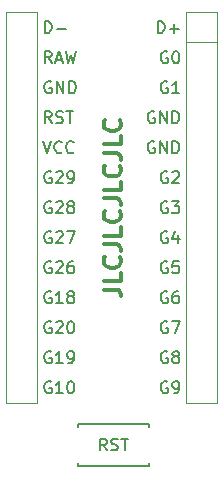
<source format=gto>
%TF.GenerationSoftware,KiCad,Pcbnew,8.0.7*%
%TF.CreationDate,2024-12-23T04:44:47-05:00*%
%TF.ProjectId,mx,6d782e6b-6963-4616-945f-706362585858,v1.0.0*%
%TF.SameCoordinates,Original*%
%TF.FileFunction,Legend,Top*%
%TF.FilePolarity,Positive*%
%FSLAX46Y46*%
G04 Gerber Fmt 4.6, Leading zero omitted, Abs format (unit mm)*
G04 Created by KiCad (PCBNEW 8.0.7) date 2024-12-23 04:44:47*
%MOMM*%
%LPD*%
G01*
G04 APERTURE LIST*
%ADD10C,0.300000*%
%ADD11C,0.150000*%
%ADD12C,0.120000*%
%ADD13C,0.700000*%
%ADD14C,4.400000*%
%ADD15C,1.700000*%
%ADD16C,1.900000*%
%ADD17C,3.000000*%
%ADD18C,3.400000*%
G04 APERTURE END LIST*
D10*
X209737398Y-153993460D02*
X210808827Y-153993460D01*
X210808827Y-153993460D02*
X211023112Y-154064889D01*
X211023112Y-154064889D02*
X211165970Y-154207746D01*
X211165970Y-154207746D02*
X211237398Y-154422032D01*
X211237398Y-154422032D02*
X211237398Y-154564889D01*
X211237398Y-152564889D02*
X211237398Y-153279175D01*
X211237398Y-153279175D02*
X209737398Y-153279175D01*
X211094541Y-151207746D02*
X211165970Y-151279174D01*
X211165970Y-151279174D02*
X211237398Y-151493460D01*
X211237398Y-151493460D02*
X211237398Y-151636317D01*
X211237398Y-151636317D02*
X211165970Y-151850603D01*
X211165970Y-151850603D02*
X211023112Y-151993460D01*
X211023112Y-151993460D02*
X210880255Y-152064889D01*
X210880255Y-152064889D02*
X210594541Y-152136317D01*
X210594541Y-152136317D02*
X210380255Y-152136317D01*
X210380255Y-152136317D02*
X210094541Y-152064889D01*
X210094541Y-152064889D02*
X209951684Y-151993460D01*
X209951684Y-151993460D02*
X209808827Y-151850603D01*
X209808827Y-151850603D02*
X209737398Y-151636317D01*
X209737398Y-151636317D02*
X209737398Y-151493460D01*
X209737398Y-151493460D02*
X209808827Y-151279174D01*
X209808827Y-151279174D02*
X209880255Y-151207746D01*
X209737398Y-150136317D02*
X210808827Y-150136317D01*
X210808827Y-150136317D02*
X211023112Y-150207746D01*
X211023112Y-150207746D02*
X211165970Y-150350603D01*
X211165970Y-150350603D02*
X211237398Y-150564889D01*
X211237398Y-150564889D02*
X211237398Y-150707746D01*
X211237398Y-148707746D02*
X211237398Y-149422032D01*
X211237398Y-149422032D02*
X209737398Y-149422032D01*
X211094541Y-147350603D02*
X211165970Y-147422031D01*
X211165970Y-147422031D02*
X211237398Y-147636317D01*
X211237398Y-147636317D02*
X211237398Y-147779174D01*
X211237398Y-147779174D02*
X211165970Y-147993460D01*
X211165970Y-147993460D02*
X211023112Y-148136317D01*
X211023112Y-148136317D02*
X210880255Y-148207746D01*
X210880255Y-148207746D02*
X210594541Y-148279174D01*
X210594541Y-148279174D02*
X210380255Y-148279174D01*
X210380255Y-148279174D02*
X210094541Y-148207746D01*
X210094541Y-148207746D02*
X209951684Y-148136317D01*
X209951684Y-148136317D02*
X209808827Y-147993460D01*
X209808827Y-147993460D02*
X209737398Y-147779174D01*
X209737398Y-147779174D02*
X209737398Y-147636317D01*
X209737398Y-147636317D02*
X209808827Y-147422031D01*
X209808827Y-147422031D02*
X209880255Y-147350603D01*
X209737398Y-146279174D02*
X210808827Y-146279174D01*
X210808827Y-146279174D02*
X211023112Y-146350603D01*
X211023112Y-146350603D02*
X211165970Y-146493460D01*
X211165970Y-146493460D02*
X211237398Y-146707746D01*
X211237398Y-146707746D02*
X211237398Y-146850603D01*
X211237398Y-144850603D02*
X211237398Y-145564889D01*
X211237398Y-145564889D02*
X209737398Y-145564889D01*
X211094541Y-143493460D02*
X211165970Y-143564888D01*
X211165970Y-143564888D02*
X211237398Y-143779174D01*
X211237398Y-143779174D02*
X211237398Y-143922031D01*
X211237398Y-143922031D02*
X211165970Y-144136317D01*
X211165970Y-144136317D02*
X211023112Y-144279174D01*
X211023112Y-144279174D02*
X210880255Y-144350603D01*
X210880255Y-144350603D02*
X210594541Y-144422031D01*
X210594541Y-144422031D02*
X210380255Y-144422031D01*
X210380255Y-144422031D02*
X210094541Y-144350603D01*
X210094541Y-144350603D02*
X209951684Y-144279174D01*
X209951684Y-144279174D02*
X209808827Y-144136317D01*
X209808827Y-144136317D02*
X209737398Y-143922031D01*
X209737398Y-143922031D02*
X209737398Y-143779174D01*
X209737398Y-143779174D02*
X209808827Y-143564888D01*
X209808827Y-143564888D02*
X209880255Y-143493460D01*
X209737398Y-142422031D02*
X210808827Y-142422031D01*
X210808827Y-142422031D02*
X211023112Y-142493460D01*
X211023112Y-142493460D02*
X211165970Y-142636317D01*
X211165970Y-142636317D02*
X211237398Y-142850603D01*
X211237398Y-142850603D02*
X211237398Y-142993460D01*
X211237398Y-140993460D02*
X211237398Y-141707746D01*
X211237398Y-141707746D02*
X209737398Y-141707746D01*
X211094541Y-139636317D02*
X211165970Y-139707745D01*
X211165970Y-139707745D02*
X211237398Y-139922031D01*
X211237398Y-139922031D02*
X211237398Y-140064888D01*
X211237398Y-140064888D02*
X211165970Y-140279174D01*
X211165970Y-140279174D02*
X211023112Y-140422031D01*
X211023112Y-140422031D02*
X210880255Y-140493460D01*
X210880255Y-140493460D02*
X210594541Y-140564888D01*
X210594541Y-140564888D02*
X210380255Y-140564888D01*
X210380255Y-140564888D02*
X210094541Y-140493460D01*
X210094541Y-140493460D02*
X209951684Y-140422031D01*
X209951684Y-140422031D02*
X209808827Y-140279174D01*
X209808827Y-140279174D02*
X209737398Y-140064888D01*
X209737398Y-140064888D02*
X209737398Y-139922031D01*
X209737398Y-139922031D02*
X209808827Y-139707745D01*
X209808827Y-139707745D02*
X209880255Y-139636317D01*
D11*
X205289658Y-154187326D02*
X205194420Y-154139707D01*
X205194420Y-154139707D02*
X205051563Y-154139707D01*
X205051563Y-154139707D02*
X204908706Y-154187326D01*
X204908706Y-154187326D02*
X204813468Y-154282564D01*
X204813468Y-154282564D02*
X204765849Y-154377802D01*
X204765849Y-154377802D02*
X204718230Y-154568278D01*
X204718230Y-154568278D02*
X204718230Y-154711135D01*
X204718230Y-154711135D02*
X204765849Y-154901611D01*
X204765849Y-154901611D02*
X204813468Y-154996849D01*
X204813468Y-154996849D02*
X204908706Y-155092088D01*
X204908706Y-155092088D02*
X205051563Y-155139707D01*
X205051563Y-155139707D02*
X205146801Y-155139707D01*
X205146801Y-155139707D02*
X205289658Y-155092088D01*
X205289658Y-155092088D02*
X205337277Y-155044468D01*
X205337277Y-155044468D02*
X205337277Y-154711135D01*
X205337277Y-154711135D02*
X205146801Y-154711135D01*
X206289658Y-155139707D02*
X205718230Y-155139707D01*
X206003944Y-155139707D02*
X206003944Y-154139707D01*
X206003944Y-154139707D02*
X205908706Y-154282564D01*
X205908706Y-154282564D02*
X205813468Y-154377802D01*
X205813468Y-154377802D02*
X205718230Y-154425421D01*
X206861087Y-154568278D02*
X206765849Y-154520659D01*
X206765849Y-154520659D02*
X206718230Y-154473040D01*
X206718230Y-154473040D02*
X206670611Y-154377802D01*
X206670611Y-154377802D02*
X206670611Y-154330183D01*
X206670611Y-154330183D02*
X206718230Y-154234945D01*
X206718230Y-154234945D02*
X206765849Y-154187326D01*
X206765849Y-154187326D02*
X206861087Y-154139707D01*
X206861087Y-154139707D02*
X207051563Y-154139707D01*
X207051563Y-154139707D02*
X207146801Y-154187326D01*
X207146801Y-154187326D02*
X207194420Y-154234945D01*
X207194420Y-154234945D02*
X207242039Y-154330183D01*
X207242039Y-154330183D02*
X207242039Y-154377802D01*
X207242039Y-154377802D02*
X207194420Y-154473040D01*
X207194420Y-154473040D02*
X207146801Y-154520659D01*
X207146801Y-154520659D02*
X207051563Y-154568278D01*
X207051563Y-154568278D02*
X206861087Y-154568278D01*
X206861087Y-154568278D02*
X206765849Y-154615897D01*
X206765849Y-154615897D02*
X206718230Y-154663516D01*
X206718230Y-154663516D02*
X206670611Y-154758754D01*
X206670611Y-154758754D02*
X206670611Y-154949230D01*
X206670611Y-154949230D02*
X206718230Y-155044468D01*
X206718230Y-155044468D02*
X206765849Y-155092088D01*
X206765849Y-155092088D02*
X206861087Y-155139707D01*
X206861087Y-155139707D02*
X207051563Y-155139707D01*
X207051563Y-155139707D02*
X207146801Y-155092088D01*
X207146801Y-155092088D02*
X207194420Y-155044468D01*
X207194420Y-155044468D02*
X207242039Y-154949230D01*
X207242039Y-154949230D02*
X207242039Y-154758754D01*
X207242039Y-154758754D02*
X207194420Y-154663516D01*
X207194420Y-154663516D02*
X207146801Y-154615897D01*
X207146801Y-154615897D02*
X207051563Y-154568278D01*
X215139909Y-146567328D02*
X215044671Y-146519709D01*
X215044671Y-146519709D02*
X214901814Y-146519709D01*
X214901814Y-146519709D02*
X214758957Y-146567328D01*
X214758957Y-146567328D02*
X214663719Y-146662566D01*
X214663719Y-146662566D02*
X214616100Y-146757804D01*
X214616100Y-146757804D02*
X214568481Y-146948280D01*
X214568481Y-146948280D02*
X214568481Y-147091137D01*
X214568481Y-147091137D02*
X214616100Y-147281613D01*
X214616100Y-147281613D02*
X214663719Y-147376851D01*
X214663719Y-147376851D02*
X214758957Y-147472090D01*
X214758957Y-147472090D02*
X214901814Y-147519709D01*
X214901814Y-147519709D02*
X214997052Y-147519709D01*
X214997052Y-147519709D02*
X215139909Y-147472090D01*
X215139909Y-147472090D02*
X215187528Y-147424470D01*
X215187528Y-147424470D02*
X215187528Y-147091137D01*
X215187528Y-147091137D02*
X214997052Y-147091137D01*
X215520862Y-146519709D02*
X216139909Y-146519709D01*
X216139909Y-146519709D02*
X215806576Y-146900661D01*
X215806576Y-146900661D02*
X215949433Y-146900661D01*
X215949433Y-146900661D02*
X216044671Y-146948280D01*
X216044671Y-146948280D02*
X216092290Y-146995899D01*
X216092290Y-146995899D02*
X216139909Y-147091137D01*
X216139909Y-147091137D02*
X216139909Y-147329232D01*
X216139909Y-147329232D02*
X216092290Y-147424470D01*
X216092290Y-147424470D02*
X216044671Y-147472090D01*
X216044671Y-147472090D02*
X215949433Y-147519709D01*
X215949433Y-147519709D02*
X215663719Y-147519709D01*
X215663719Y-147519709D02*
X215568481Y-147472090D01*
X215568481Y-147472090D02*
X215520862Y-147424470D01*
X215139909Y-136407327D02*
X215044671Y-136359708D01*
X215044671Y-136359708D02*
X214901814Y-136359708D01*
X214901814Y-136359708D02*
X214758957Y-136407327D01*
X214758957Y-136407327D02*
X214663719Y-136502565D01*
X214663719Y-136502565D02*
X214616100Y-136597803D01*
X214616100Y-136597803D02*
X214568481Y-136788279D01*
X214568481Y-136788279D02*
X214568481Y-136931136D01*
X214568481Y-136931136D02*
X214616100Y-137121612D01*
X214616100Y-137121612D02*
X214663719Y-137216850D01*
X214663719Y-137216850D02*
X214758957Y-137312089D01*
X214758957Y-137312089D02*
X214901814Y-137359708D01*
X214901814Y-137359708D02*
X214997052Y-137359708D01*
X214997052Y-137359708D02*
X215139909Y-137312089D01*
X215139909Y-137312089D02*
X215187528Y-137264469D01*
X215187528Y-137264469D02*
X215187528Y-136931136D01*
X215187528Y-136931136D02*
X214997052Y-136931136D01*
X216139909Y-137359708D02*
X215568481Y-137359708D01*
X215854195Y-137359708D02*
X215854195Y-136359708D01*
X215854195Y-136359708D02*
X215758957Y-136502565D01*
X215758957Y-136502565D02*
X215663719Y-136597803D01*
X215663719Y-136597803D02*
X215568481Y-136645422D01*
X215139908Y-149107327D02*
X215044670Y-149059708D01*
X215044670Y-149059708D02*
X214901813Y-149059708D01*
X214901813Y-149059708D02*
X214758956Y-149107327D01*
X214758956Y-149107327D02*
X214663718Y-149202565D01*
X214663718Y-149202565D02*
X214616099Y-149297803D01*
X214616099Y-149297803D02*
X214568480Y-149488279D01*
X214568480Y-149488279D02*
X214568480Y-149631136D01*
X214568480Y-149631136D02*
X214616099Y-149821612D01*
X214616099Y-149821612D02*
X214663718Y-149916850D01*
X214663718Y-149916850D02*
X214758956Y-150012089D01*
X214758956Y-150012089D02*
X214901813Y-150059708D01*
X214901813Y-150059708D02*
X214997051Y-150059708D01*
X214997051Y-150059708D02*
X215139908Y-150012089D01*
X215139908Y-150012089D02*
X215187527Y-149964469D01*
X215187527Y-149964469D02*
X215187527Y-149631136D01*
X215187527Y-149631136D02*
X214997051Y-149631136D01*
X216044670Y-149393041D02*
X216044670Y-150059708D01*
X215806575Y-149012089D02*
X215568480Y-149726374D01*
X215568480Y-149726374D02*
X216187527Y-149726374D01*
X215139908Y-144027327D02*
X215044670Y-143979708D01*
X215044670Y-143979708D02*
X214901813Y-143979708D01*
X214901813Y-143979708D02*
X214758956Y-144027327D01*
X214758956Y-144027327D02*
X214663718Y-144122565D01*
X214663718Y-144122565D02*
X214616099Y-144217803D01*
X214616099Y-144217803D02*
X214568480Y-144408279D01*
X214568480Y-144408279D02*
X214568480Y-144551136D01*
X214568480Y-144551136D02*
X214616099Y-144741612D01*
X214616099Y-144741612D02*
X214663718Y-144836850D01*
X214663718Y-144836850D02*
X214758956Y-144932089D01*
X214758956Y-144932089D02*
X214901813Y-144979708D01*
X214901813Y-144979708D02*
X214997051Y-144979708D01*
X214997051Y-144979708D02*
X215139908Y-144932089D01*
X215139908Y-144932089D02*
X215187527Y-144884469D01*
X215187527Y-144884469D02*
X215187527Y-144551136D01*
X215187527Y-144551136D02*
X214997051Y-144551136D01*
X215568480Y-144074946D02*
X215616099Y-144027327D01*
X215616099Y-144027327D02*
X215711337Y-143979708D01*
X215711337Y-143979708D02*
X215949432Y-143979708D01*
X215949432Y-143979708D02*
X216044670Y-144027327D01*
X216044670Y-144027327D02*
X216092289Y-144074946D01*
X216092289Y-144074946D02*
X216139908Y-144170184D01*
X216139908Y-144170184D02*
X216139908Y-144265422D01*
X216139908Y-144265422D02*
X216092289Y-144408279D01*
X216092289Y-144408279D02*
X215520861Y-144979708D01*
X215520861Y-144979708D02*
X216139908Y-144979708D01*
X205337277Y-139899708D02*
X205003944Y-139423517D01*
X204765849Y-139899708D02*
X204765849Y-138899708D01*
X204765849Y-138899708D02*
X205146801Y-138899708D01*
X205146801Y-138899708D02*
X205242039Y-138947327D01*
X205242039Y-138947327D02*
X205289658Y-138994946D01*
X205289658Y-138994946D02*
X205337277Y-139090184D01*
X205337277Y-139090184D02*
X205337277Y-139233041D01*
X205337277Y-139233041D02*
X205289658Y-139328279D01*
X205289658Y-139328279D02*
X205242039Y-139375898D01*
X205242039Y-139375898D02*
X205146801Y-139423517D01*
X205146801Y-139423517D02*
X204765849Y-139423517D01*
X205718230Y-139852089D02*
X205861087Y-139899708D01*
X205861087Y-139899708D02*
X206099182Y-139899708D01*
X206099182Y-139899708D02*
X206194420Y-139852089D01*
X206194420Y-139852089D02*
X206242039Y-139804469D01*
X206242039Y-139804469D02*
X206289658Y-139709231D01*
X206289658Y-139709231D02*
X206289658Y-139613993D01*
X206289658Y-139613993D02*
X206242039Y-139518755D01*
X206242039Y-139518755D02*
X206194420Y-139471136D01*
X206194420Y-139471136D02*
X206099182Y-139423517D01*
X206099182Y-139423517D02*
X205908706Y-139375898D01*
X205908706Y-139375898D02*
X205813468Y-139328279D01*
X205813468Y-139328279D02*
X205765849Y-139280660D01*
X205765849Y-139280660D02*
X205718230Y-139185422D01*
X205718230Y-139185422D02*
X205718230Y-139090184D01*
X205718230Y-139090184D02*
X205765849Y-138994946D01*
X205765849Y-138994946D02*
X205813468Y-138947327D01*
X205813468Y-138947327D02*
X205908706Y-138899708D01*
X205908706Y-138899708D02*
X206146801Y-138899708D01*
X206146801Y-138899708D02*
X206289658Y-138947327D01*
X206575373Y-138899708D02*
X207146801Y-138899708D01*
X206861087Y-139899708D02*
X206861087Y-138899708D01*
X205289658Y-156727327D02*
X205194420Y-156679708D01*
X205194420Y-156679708D02*
X205051563Y-156679708D01*
X205051563Y-156679708D02*
X204908706Y-156727327D01*
X204908706Y-156727327D02*
X204813468Y-156822565D01*
X204813468Y-156822565D02*
X204765849Y-156917803D01*
X204765849Y-156917803D02*
X204718230Y-157108279D01*
X204718230Y-157108279D02*
X204718230Y-157251136D01*
X204718230Y-157251136D02*
X204765849Y-157441612D01*
X204765849Y-157441612D02*
X204813468Y-157536850D01*
X204813468Y-157536850D02*
X204908706Y-157632089D01*
X204908706Y-157632089D02*
X205051563Y-157679708D01*
X205051563Y-157679708D02*
X205146801Y-157679708D01*
X205146801Y-157679708D02*
X205289658Y-157632089D01*
X205289658Y-157632089D02*
X205337277Y-157584469D01*
X205337277Y-157584469D02*
X205337277Y-157251136D01*
X205337277Y-157251136D02*
X205146801Y-157251136D01*
X205718230Y-156774946D02*
X205765849Y-156727327D01*
X205765849Y-156727327D02*
X205861087Y-156679708D01*
X205861087Y-156679708D02*
X206099182Y-156679708D01*
X206099182Y-156679708D02*
X206194420Y-156727327D01*
X206194420Y-156727327D02*
X206242039Y-156774946D01*
X206242039Y-156774946D02*
X206289658Y-156870184D01*
X206289658Y-156870184D02*
X206289658Y-156965422D01*
X206289658Y-156965422D02*
X206242039Y-157108279D01*
X206242039Y-157108279D02*
X205670611Y-157679708D01*
X205670611Y-157679708D02*
X206289658Y-157679708D01*
X206908706Y-156679708D02*
X207003944Y-156679708D01*
X207003944Y-156679708D02*
X207099182Y-156727327D01*
X207099182Y-156727327D02*
X207146801Y-156774946D01*
X207146801Y-156774946D02*
X207194420Y-156870184D01*
X207194420Y-156870184D02*
X207242039Y-157060660D01*
X207242039Y-157060660D02*
X207242039Y-157298755D01*
X207242039Y-157298755D02*
X207194420Y-157489231D01*
X207194420Y-157489231D02*
X207146801Y-157584469D01*
X207146801Y-157584469D02*
X207099182Y-157632089D01*
X207099182Y-157632089D02*
X207003944Y-157679708D01*
X207003944Y-157679708D02*
X206908706Y-157679708D01*
X206908706Y-157679708D02*
X206813468Y-157632089D01*
X206813468Y-157632089D02*
X206765849Y-157584469D01*
X206765849Y-157584469D02*
X206718230Y-157489231D01*
X206718230Y-157489231D02*
X206670611Y-157298755D01*
X206670611Y-157298755D02*
X206670611Y-157060660D01*
X206670611Y-157060660D02*
X206718230Y-156870184D01*
X206718230Y-156870184D02*
X206765849Y-156774946D01*
X206765849Y-156774946D02*
X206813468Y-156727327D01*
X206813468Y-156727327D02*
X206908706Y-156679708D01*
X215139909Y-161807327D02*
X215044671Y-161759708D01*
X215044671Y-161759708D02*
X214901814Y-161759708D01*
X214901814Y-161759708D02*
X214758957Y-161807327D01*
X214758957Y-161807327D02*
X214663719Y-161902565D01*
X214663719Y-161902565D02*
X214616100Y-161997803D01*
X214616100Y-161997803D02*
X214568481Y-162188279D01*
X214568481Y-162188279D02*
X214568481Y-162331136D01*
X214568481Y-162331136D02*
X214616100Y-162521612D01*
X214616100Y-162521612D02*
X214663719Y-162616850D01*
X214663719Y-162616850D02*
X214758957Y-162712089D01*
X214758957Y-162712089D02*
X214901814Y-162759708D01*
X214901814Y-162759708D02*
X214997052Y-162759708D01*
X214997052Y-162759708D02*
X215139909Y-162712089D01*
X215139909Y-162712089D02*
X215187528Y-162664469D01*
X215187528Y-162664469D02*
X215187528Y-162331136D01*
X215187528Y-162331136D02*
X214997052Y-162331136D01*
X215663719Y-162759708D02*
X215854195Y-162759708D01*
X215854195Y-162759708D02*
X215949433Y-162712089D01*
X215949433Y-162712089D02*
X215997052Y-162664469D01*
X215997052Y-162664469D02*
X216092290Y-162521612D01*
X216092290Y-162521612D02*
X216139909Y-162331136D01*
X216139909Y-162331136D02*
X216139909Y-161950184D01*
X216139909Y-161950184D02*
X216092290Y-161854946D01*
X216092290Y-161854946D02*
X216044671Y-161807327D01*
X216044671Y-161807327D02*
X215949433Y-161759708D01*
X215949433Y-161759708D02*
X215758957Y-161759708D01*
X215758957Y-161759708D02*
X215663719Y-161807327D01*
X215663719Y-161807327D02*
X215616100Y-161854946D01*
X215616100Y-161854946D02*
X215568481Y-161950184D01*
X215568481Y-161950184D02*
X215568481Y-162188279D01*
X215568481Y-162188279D02*
X215616100Y-162283517D01*
X215616100Y-162283517D02*
X215663719Y-162331136D01*
X215663719Y-162331136D02*
X215758957Y-162378755D01*
X215758957Y-162378755D02*
X215949433Y-162378755D01*
X215949433Y-162378755D02*
X216044671Y-162331136D01*
X216044671Y-162331136D02*
X216092290Y-162283517D01*
X216092290Y-162283517D02*
X216139909Y-162188279D01*
X214330386Y-132279708D02*
X214330386Y-131279708D01*
X214330386Y-131279708D02*
X214568481Y-131279708D01*
X214568481Y-131279708D02*
X214711338Y-131327327D01*
X214711338Y-131327327D02*
X214806576Y-131422565D01*
X214806576Y-131422565D02*
X214854195Y-131517803D01*
X214854195Y-131517803D02*
X214901814Y-131708279D01*
X214901814Y-131708279D02*
X214901814Y-131851136D01*
X214901814Y-131851136D02*
X214854195Y-132041612D01*
X214854195Y-132041612D02*
X214806576Y-132136850D01*
X214806576Y-132136850D02*
X214711338Y-132232089D01*
X214711338Y-132232089D02*
X214568481Y-132279708D01*
X214568481Y-132279708D02*
X214330386Y-132279708D01*
X215330386Y-131898755D02*
X216092291Y-131898755D01*
X215711338Y-132279708D02*
X215711338Y-131517803D01*
X204765849Y-132279708D02*
X204765849Y-131279708D01*
X204765849Y-131279708D02*
X205003944Y-131279708D01*
X205003944Y-131279708D02*
X205146801Y-131327327D01*
X205146801Y-131327327D02*
X205242039Y-131422565D01*
X205242039Y-131422565D02*
X205289658Y-131517803D01*
X205289658Y-131517803D02*
X205337277Y-131708279D01*
X205337277Y-131708279D02*
X205337277Y-131851136D01*
X205337277Y-131851136D02*
X205289658Y-132041612D01*
X205289658Y-132041612D02*
X205242039Y-132136850D01*
X205242039Y-132136850D02*
X205146801Y-132232089D01*
X205146801Y-132232089D02*
X205003944Y-132279708D01*
X205003944Y-132279708D02*
X204765849Y-132279708D01*
X205765849Y-131898755D02*
X206527754Y-131898755D01*
X205289657Y-136407329D02*
X205194419Y-136359710D01*
X205194419Y-136359710D02*
X205051562Y-136359710D01*
X205051562Y-136359710D02*
X204908705Y-136407329D01*
X204908705Y-136407329D02*
X204813467Y-136502567D01*
X204813467Y-136502567D02*
X204765848Y-136597805D01*
X204765848Y-136597805D02*
X204718229Y-136788281D01*
X204718229Y-136788281D02*
X204718229Y-136931138D01*
X204718229Y-136931138D02*
X204765848Y-137121614D01*
X204765848Y-137121614D02*
X204813467Y-137216852D01*
X204813467Y-137216852D02*
X204908705Y-137312091D01*
X204908705Y-137312091D02*
X205051562Y-137359710D01*
X205051562Y-137359710D02*
X205146800Y-137359710D01*
X205146800Y-137359710D02*
X205289657Y-137312091D01*
X205289657Y-137312091D02*
X205337276Y-137264471D01*
X205337276Y-137264471D02*
X205337276Y-136931138D01*
X205337276Y-136931138D02*
X205146800Y-136931138D01*
X205765848Y-137359710D02*
X205765848Y-136359710D01*
X205765848Y-136359710D02*
X206337276Y-137359710D01*
X206337276Y-137359710D02*
X206337276Y-136359710D01*
X206813467Y-137359710D02*
X206813467Y-136359710D01*
X206813467Y-136359710D02*
X207051562Y-136359710D01*
X207051562Y-136359710D02*
X207194419Y-136407329D01*
X207194419Y-136407329D02*
X207289657Y-136502567D01*
X207289657Y-136502567D02*
X207337276Y-136597805D01*
X207337276Y-136597805D02*
X207384895Y-136788281D01*
X207384895Y-136788281D02*
X207384895Y-136931138D01*
X207384895Y-136931138D02*
X207337276Y-137121614D01*
X207337276Y-137121614D02*
X207289657Y-137216852D01*
X207289657Y-137216852D02*
X207194419Y-137312091D01*
X207194419Y-137312091D02*
X207051562Y-137359710D01*
X207051562Y-137359710D02*
X206813467Y-137359710D01*
X215139909Y-151647327D02*
X215044671Y-151599708D01*
X215044671Y-151599708D02*
X214901814Y-151599708D01*
X214901814Y-151599708D02*
X214758957Y-151647327D01*
X214758957Y-151647327D02*
X214663719Y-151742565D01*
X214663719Y-151742565D02*
X214616100Y-151837803D01*
X214616100Y-151837803D02*
X214568481Y-152028279D01*
X214568481Y-152028279D02*
X214568481Y-152171136D01*
X214568481Y-152171136D02*
X214616100Y-152361612D01*
X214616100Y-152361612D02*
X214663719Y-152456850D01*
X214663719Y-152456850D02*
X214758957Y-152552089D01*
X214758957Y-152552089D02*
X214901814Y-152599708D01*
X214901814Y-152599708D02*
X214997052Y-152599708D01*
X214997052Y-152599708D02*
X215139909Y-152552089D01*
X215139909Y-152552089D02*
X215187528Y-152504469D01*
X215187528Y-152504469D02*
X215187528Y-152171136D01*
X215187528Y-152171136D02*
X214997052Y-152171136D01*
X216092290Y-151599708D02*
X215616100Y-151599708D01*
X215616100Y-151599708D02*
X215568481Y-152075898D01*
X215568481Y-152075898D02*
X215616100Y-152028279D01*
X215616100Y-152028279D02*
X215711338Y-151980660D01*
X215711338Y-151980660D02*
X215949433Y-151980660D01*
X215949433Y-151980660D02*
X216044671Y-152028279D01*
X216044671Y-152028279D02*
X216092290Y-152075898D01*
X216092290Y-152075898D02*
X216139909Y-152171136D01*
X216139909Y-152171136D02*
X216139909Y-152409231D01*
X216139909Y-152409231D02*
X216092290Y-152504469D01*
X216092290Y-152504469D02*
X216044671Y-152552089D01*
X216044671Y-152552089D02*
X215949433Y-152599708D01*
X215949433Y-152599708D02*
X215711338Y-152599708D01*
X215711338Y-152599708D02*
X215616100Y-152552089D01*
X215616100Y-152552089D02*
X215568481Y-152504469D01*
X205289657Y-159267327D02*
X205194419Y-159219708D01*
X205194419Y-159219708D02*
X205051562Y-159219708D01*
X205051562Y-159219708D02*
X204908705Y-159267327D01*
X204908705Y-159267327D02*
X204813467Y-159362565D01*
X204813467Y-159362565D02*
X204765848Y-159457803D01*
X204765848Y-159457803D02*
X204718229Y-159648279D01*
X204718229Y-159648279D02*
X204718229Y-159791136D01*
X204718229Y-159791136D02*
X204765848Y-159981612D01*
X204765848Y-159981612D02*
X204813467Y-160076850D01*
X204813467Y-160076850D02*
X204908705Y-160172089D01*
X204908705Y-160172089D02*
X205051562Y-160219708D01*
X205051562Y-160219708D02*
X205146800Y-160219708D01*
X205146800Y-160219708D02*
X205289657Y-160172089D01*
X205289657Y-160172089D02*
X205337276Y-160124469D01*
X205337276Y-160124469D02*
X205337276Y-159791136D01*
X205337276Y-159791136D02*
X205146800Y-159791136D01*
X206289657Y-160219708D02*
X205718229Y-160219708D01*
X206003943Y-160219708D02*
X206003943Y-159219708D01*
X206003943Y-159219708D02*
X205908705Y-159362565D01*
X205908705Y-159362565D02*
X205813467Y-159457803D01*
X205813467Y-159457803D02*
X205718229Y-159505422D01*
X206765848Y-160219708D02*
X206956324Y-160219708D01*
X206956324Y-160219708D02*
X207051562Y-160172089D01*
X207051562Y-160172089D02*
X207099181Y-160124469D01*
X207099181Y-160124469D02*
X207194419Y-159981612D01*
X207194419Y-159981612D02*
X207242038Y-159791136D01*
X207242038Y-159791136D02*
X207242038Y-159410184D01*
X207242038Y-159410184D02*
X207194419Y-159314946D01*
X207194419Y-159314946D02*
X207146800Y-159267327D01*
X207146800Y-159267327D02*
X207051562Y-159219708D01*
X207051562Y-159219708D02*
X206861086Y-159219708D01*
X206861086Y-159219708D02*
X206765848Y-159267327D01*
X206765848Y-159267327D02*
X206718229Y-159314946D01*
X206718229Y-159314946D02*
X206670610Y-159410184D01*
X206670610Y-159410184D02*
X206670610Y-159648279D01*
X206670610Y-159648279D02*
X206718229Y-159743517D01*
X206718229Y-159743517D02*
X206765848Y-159791136D01*
X206765848Y-159791136D02*
X206861086Y-159838755D01*
X206861086Y-159838755D02*
X207051562Y-159838755D01*
X207051562Y-159838755D02*
X207146800Y-159791136D01*
X207146800Y-159791136D02*
X207194419Y-159743517D01*
X207194419Y-159743517D02*
X207242038Y-159648279D01*
X215139910Y-133867327D02*
X215044672Y-133819708D01*
X215044672Y-133819708D02*
X214901815Y-133819708D01*
X214901815Y-133819708D02*
X214758958Y-133867327D01*
X214758958Y-133867327D02*
X214663720Y-133962565D01*
X214663720Y-133962565D02*
X214616101Y-134057803D01*
X214616101Y-134057803D02*
X214568482Y-134248279D01*
X214568482Y-134248279D02*
X214568482Y-134391136D01*
X214568482Y-134391136D02*
X214616101Y-134581612D01*
X214616101Y-134581612D02*
X214663720Y-134676850D01*
X214663720Y-134676850D02*
X214758958Y-134772089D01*
X214758958Y-134772089D02*
X214901815Y-134819708D01*
X214901815Y-134819708D02*
X214997053Y-134819708D01*
X214997053Y-134819708D02*
X215139910Y-134772089D01*
X215139910Y-134772089D02*
X215187529Y-134724469D01*
X215187529Y-134724469D02*
X215187529Y-134391136D01*
X215187529Y-134391136D02*
X214997053Y-134391136D01*
X215806577Y-133819708D02*
X215901815Y-133819708D01*
X215901815Y-133819708D02*
X215997053Y-133867327D01*
X215997053Y-133867327D02*
X216044672Y-133914946D01*
X216044672Y-133914946D02*
X216092291Y-134010184D01*
X216092291Y-134010184D02*
X216139910Y-134200660D01*
X216139910Y-134200660D02*
X216139910Y-134438755D01*
X216139910Y-134438755D02*
X216092291Y-134629231D01*
X216092291Y-134629231D02*
X216044672Y-134724469D01*
X216044672Y-134724469D02*
X215997053Y-134772089D01*
X215997053Y-134772089D02*
X215901815Y-134819708D01*
X215901815Y-134819708D02*
X215806577Y-134819708D01*
X215806577Y-134819708D02*
X215711339Y-134772089D01*
X215711339Y-134772089D02*
X215663720Y-134724469D01*
X215663720Y-134724469D02*
X215616101Y-134629231D01*
X215616101Y-134629231D02*
X215568482Y-134438755D01*
X215568482Y-134438755D02*
X215568482Y-134200660D01*
X215568482Y-134200660D02*
X215616101Y-134010184D01*
X215616101Y-134010184D02*
X215663720Y-133914946D01*
X215663720Y-133914946D02*
X215711339Y-133867327D01*
X215711339Y-133867327D02*
X215806577Y-133819708D01*
X204622992Y-141439708D02*
X204956325Y-142439708D01*
X204956325Y-142439708D02*
X205289658Y-141439708D01*
X206194420Y-142344469D02*
X206146801Y-142392089D01*
X206146801Y-142392089D02*
X206003944Y-142439708D01*
X206003944Y-142439708D02*
X205908706Y-142439708D01*
X205908706Y-142439708D02*
X205765849Y-142392089D01*
X205765849Y-142392089D02*
X205670611Y-142296850D01*
X205670611Y-142296850D02*
X205622992Y-142201612D01*
X205622992Y-142201612D02*
X205575373Y-142011136D01*
X205575373Y-142011136D02*
X205575373Y-141868279D01*
X205575373Y-141868279D02*
X205622992Y-141677803D01*
X205622992Y-141677803D02*
X205670611Y-141582565D01*
X205670611Y-141582565D02*
X205765849Y-141487327D01*
X205765849Y-141487327D02*
X205908706Y-141439708D01*
X205908706Y-141439708D02*
X206003944Y-141439708D01*
X206003944Y-141439708D02*
X206146801Y-141487327D01*
X206146801Y-141487327D02*
X206194420Y-141534946D01*
X207194420Y-142344469D02*
X207146801Y-142392089D01*
X207146801Y-142392089D02*
X207003944Y-142439708D01*
X207003944Y-142439708D02*
X206908706Y-142439708D01*
X206908706Y-142439708D02*
X206765849Y-142392089D01*
X206765849Y-142392089D02*
X206670611Y-142296850D01*
X206670611Y-142296850D02*
X206622992Y-142201612D01*
X206622992Y-142201612D02*
X206575373Y-142011136D01*
X206575373Y-142011136D02*
X206575373Y-141868279D01*
X206575373Y-141868279D02*
X206622992Y-141677803D01*
X206622992Y-141677803D02*
X206670611Y-141582565D01*
X206670611Y-141582565D02*
X206765849Y-141487327D01*
X206765849Y-141487327D02*
X206908706Y-141439708D01*
X206908706Y-141439708D02*
X207003944Y-141439708D01*
X207003944Y-141439708D02*
X207146801Y-141487327D01*
X207146801Y-141487327D02*
X207194420Y-141534946D01*
X205289658Y-151647327D02*
X205194420Y-151599708D01*
X205194420Y-151599708D02*
X205051563Y-151599708D01*
X205051563Y-151599708D02*
X204908706Y-151647327D01*
X204908706Y-151647327D02*
X204813468Y-151742565D01*
X204813468Y-151742565D02*
X204765849Y-151837803D01*
X204765849Y-151837803D02*
X204718230Y-152028279D01*
X204718230Y-152028279D02*
X204718230Y-152171136D01*
X204718230Y-152171136D02*
X204765849Y-152361612D01*
X204765849Y-152361612D02*
X204813468Y-152456850D01*
X204813468Y-152456850D02*
X204908706Y-152552089D01*
X204908706Y-152552089D02*
X205051563Y-152599708D01*
X205051563Y-152599708D02*
X205146801Y-152599708D01*
X205146801Y-152599708D02*
X205289658Y-152552089D01*
X205289658Y-152552089D02*
X205337277Y-152504469D01*
X205337277Y-152504469D02*
X205337277Y-152171136D01*
X205337277Y-152171136D02*
X205146801Y-152171136D01*
X205718230Y-151694946D02*
X205765849Y-151647327D01*
X205765849Y-151647327D02*
X205861087Y-151599708D01*
X205861087Y-151599708D02*
X206099182Y-151599708D01*
X206099182Y-151599708D02*
X206194420Y-151647327D01*
X206194420Y-151647327D02*
X206242039Y-151694946D01*
X206242039Y-151694946D02*
X206289658Y-151790184D01*
X206289658Y-151790184D02*
X206289658Y-151885422D01*
X206289658Y-151885422D02*
X206242039Y-152028279D01*
X206242039Y-152028279D02*
X205670611Y-152599708D01*
X205670611Y-152599708D02*
X206289658Y-152599708D01*
X207146801Y-151599708D02*
X206956325Y-151599708D01*
X206956325Y-151599708D02*
X206861087Y-151647327D01*
X206861087Y-151647327D02*
X206813468Y-151694946D01*
X206813468Y-151694946D02*
X206718230Y-151837803D01*
X206718230Y-151837803D02*
X206670611Y-152028279D01*
X206670611Y-152028279D02*
X206670611Y-152409231D01*
X206670611Y-152409231D02*
X206718230Y-152504469D01*
X206718230Y-152504469D02*
X206765849Y-152552089D01*
X206765849Y-152552089D02*
X206861087Y-152599708D01*
X206861087Y-152599708D02*
X207051563Y-152599708D01*
X207051563Y-152599708D02*
X207146801Y-152552089D01*
X207146801Y-152552089D02*
X207194420Y-152504469D01*
X207194420Y-152504469D02*
X207242039Y-152409231D01*
X207242039Y-152409231D02*
X207242039Y-152171136D01*
X207242039Y-152171136D02*
X207194420Y-152075898D01*
X207194420Y-152075898D02*
X207146801Y-152028279D01*
X207146801Y-152028279D02*
X207051563Y-151980660D01*
X207051563Y-151980660D02*
X206861087Y-151980660D01*
X206861087Y-151980660D02*
X206765849Y-152028279D01*
X206765849Y-152028279D02*
X206718230Y-152075898D01*
X206718230Y-152075898D02*
X206670611Y-152171136D01*
X214044671Y-141487327D02*
X213949433Y-141439708D01*
X213949433Y-141439708D02*
X213806576Y-141439708D01*
X213806576Y-141439708D02*
X213663719Y-141487327D01*
X213663719Y-141487327D02*
X213568481Y-141582565D01*
X213568481Y-141582565D02*
X213520862Y-141677803D01*
X213520862Y-141677803D02*
X213473243Y-141868279D01*
X213473243Y-141868279D02*
X213473243Y-142011136D01*
X213473243Y-142011136D02*
X213520862Y-142201612D01*
X213520862Y-142201612D02*
X213568481Y-142296850D01*
X213568481Y-142296850D02*
X213663719Y-142392089D01*
X213663719Y-142392089D02*
X213806576Y-142439708D01*
X213806576Y-142439708D02*
X213901814Y-142439708D01*
X213901814Y-142439708D02*
X214044671Y-142392089D01*
X214044671Y-142392089D02*
X214092290Y-142344469D01*
X214092290Y-142344469D02*
X214092290Y-142011136D01*
X214092290Y-142011136D02*
X213901814Y-142011136D01*
X214520862Y-142439708D02*
X214520862Y-141439708D01*
X214520862Y-141439708D02*
X215092290Y-142439708D01*
X215092290Y-142439708D02*
X215092290Y-141439708D01*
X215568481Y-142439708D02*
X215568481Y-141439708D01*
X215568481Y-141439708D02*
X215806576Y-141439708D01*
X215806576Y-141439708D02*
X215949433Y-141487327D01*
X215949433Y-141487327D02*
X216044671Y-141582565D01*
X216044671Y-141582565D02*
X216092290Y-141677803D01*
X216092290Y-141677803D02*
X216139909Y-141868279D01*
X216139909Y-141868279D02*
X216139909Y-142011136D01*
X216139909Y-142011136D02*
X216092290Y-142201612D01*
X216092290Y-142201612D02*
X216044671Y-142296850D01*
X216044671Y-142296850D02*
X215949433Y-142392089D01*
X215949433Y-142392089D02*
X215806576Y-142439708D01*
X215806576Y-142439708D02*
X215568481Y-142439708D01*
X205289658Y-146567326D02*
X205194420Y-146519707D01*
X205194420Y-146519707D02*
X205051563Y-146519707D01*
X205051563Y-146519707D02*
X204908706Y-146567326D01*
X204908706Y-146567326D02*
X204813468Y-146662564D01*
X204813468Y-146662564D02*
X204765849Y-146757802D01*
X204765849Y-146757802D02*
X204718230Y-146948278D01*
X204718230Y-146948278D02*
X204718230Y-147091135D01*
X204718230Y-147091135D02*
X204765849Y-147281611D01*
X204765849Y-147281611D02*
X204813468Y-147376849D01*
X204813468Y-147376849D02*
X204908706Y-147472088D01*
X204908706Y-147472088D02*
X205051563Y-147519707D01*
X205051563Y-147519707D02*
X205146801Y-147519707D01*
X205146801Y-147519707D02*
X205289658Y-147472088D01*
X205289658Y-147472088D02*
X205337277Y-147424468D01*
X205337277Y-147424468D02*
X205337277Y-147091135D01*
X205337277Y-147091135D02*
X205146801Y-147091135D01*
X205718230Y-146614945D02*
X205765849Y-146567326D01*
X205765849Y-146567326D02*
X205861087Y-146519707D01*
X205861087Y-146519707D02*
X206099182Y-146519707D01*
X206099182Y-146519707D02*
X206194420Y-146567326D01*
X206194420Y-146567326D02*
X206242039Y-146614945D01*
X206242039Y-146614945D02*
X206289658Y-146710183D01*
X206289658Y-146710183D02*
X206289658Y-146805421D01*
X206289658Y-146805421D02*
X206242039Y-146948278D01*
X206242039Y-146948278D02*
X205670611Y-147519707D01*
X205670611Y-147519707D02*
X206289658Y-147519707D01*
X206861087Y-146948278D02*
X206765849Y-146900659D01*
X206765849Y-146900659D02*
X206718230Y-146853040D01*
X206718230Y-146853040D02*
X206670611Y-146757802D01*
X206670611Y-146757802D02*
X206670611Y-146710183D01*
X206670611Y-146710183D02*
X206718230Y-146614945D01*
X206718230Y-146614945D02*
X206765849Y-146567326D01*
X206765849Y-146567326D02*
X206861087Y-146519707D01*
X206861087Y-146519707D02*
X207051563Y-146519707D01*
X207051563Y-146519707D02*
X207146801Y-146567326D01*
X207146801Y-146567326D02*
X207194420Y-146614945D01*
X207194420Y-146614945D02*
X207242039Y-146710183D01*
X207242039Y-146710183D02*
X207242039Y-146757802D01*
X207242039Y-146757802D02*
X207194420Y-146853040D01*
X207194420Y-146853040D02*
X207146801Y-146900659D01*
X207146801Y-146900659D02*
X207051563Y-146948278D01*
X207051563Y-146948278D02*
X206861087Y-146948278D01*
X206861087Y-146948278D02*
X206765849Y-146995897D01*
X206765849Y-146995897D02*
X206718230Y-147043516D01*
X206718230Y-147043516D02*
X206670611Y-147138754D01*
X206670611Y-147138754D02*
X206670611Y-147329230D01*
X206670611Y-147329230D02*
X206718230Y-147424468D01*
X206718230Y-147424468D02*
X206765849Y-147472088D01*
X206765849Y-147472088D02*
X206861087Y-147519707D01*
X206861087Y-147519707D02*
X207051563Y-147519707D01*
X207051563Y-147519707D02*
X207146801Y-147472088D01*
X207146801Y-147472088D02*
X207194420Y-147424468D01*
X207194420Y-147424468D02*
X207242039Y-147329230D01*
X207242039Y-147329230D02*
X207242039Y-147138754D01*
X207242039Y-147138754D02*
X207194420Y-147043516D01*
X207194420Y-147043516D02*
X207146801Y-146995897D01*
X207146801Y-146995897D02*
X207051563Y-146948278D01*
X205337276Y-134819708D02*
X205003943Y-134343517D01*
X204765848Y-134819708D02*
X204765848Y-133819708D01*
X204765848Y-133819708D02*
X205146800Y-133819708D01*
X205146800Y-133819708D02*
X205242038Y-133867327D01*
X205242038Y-133867327D02*
X205289657Y-133914946D01*
X205289657Y-133914946D02*
X205337276Y-134010184D01*
X205337276Y-134010184D02*
X205337276Y-134153041D01*
X205337276Y-134153041D02*
X205289657Y-134248279D01*
X205289657Y-134248279D02*
X205242038Y-134295898D01*
X205242038Y-134295898D02*
X205146800Y-134343517D01*
X205146800Y-134343517D02*
X204765848Y-134343517D01*
X205718229Y-134533993D02*
X206194419Y-134533993D01*
X205622991Y-134819708D02*
X205956324Y-133819708D01*
X205956324Y-133819708D02*
X206289657Y-134819708D01*
X206527753Y-133819708D02*
X206765848Y-134819708D01*
X206765848Y-134819708D02*
X206956324Y-134105422D01*
X206956324Y-134105422D02*
X207146800Y-134819708D01*
X207146800Y-134819708D02*
X207384896Y-133819708D01*
X215139910Y-156727325D02*
X215044672Y-156679706D01*
X215044672Y-156679706D02*
X214901815Y-156679706D01*
X214901815Y-156679706D02*
X214758958Y-156727325D01*
X214758958Y-156727325D02*
X214663720Y-156822563D01*
X214663720Y-156822563D02*
X214616101Y-156917801D01*
X214616101Y-156917801D02*
X214568482Y-157108277D01*
X214568482Y-157108277D02*
X214568482Y-157251134D01*
X214568482Y-157251134D02*
X214616101Y-157441610D01*
X214616101Y-157441610D02*
X214663720Y-157536848D01*
X214663720Y-157536848D02*
X214758958Y-157632087D01*
X214758958Y-157632087D02*
X214901815Y-157679706D01*
X214901815Y-157679706D02*
X214997053Y-157679706D01*
X214997053Y-157679706D02*
X215139910Y-157632087D01*
X215139910Y-157632087D02*
X215187529Y-157584467D01*
X215187529Y-157584467D02*
X215187529Y-157251134D01*
X215187529Y-157251134D02*
X214997053Y-157251134D01*
X215520863Y-156679706D02*
X216187529Y-156679706D01*
X216187529Y-156679706D02*
X215758958Y-157679706D01*
X205289659Y-149107327D02*
X205194421Y-149059708D01*
X205194421Y-149059708D02*
X205051564Y-149059708D01*
X205051564Y-149059708D02*
X204908707Y-149107327D01*
X204908707Y-149107327D02*
X204813469Y-149202565D01*
X204813469Y-149202565D02*
X204765850Y-149297803D01*
X204765850Y-149297803D02*
X204718231Y-149488279D01*
X204718231Y-149488279D02*
X204718231Y-149631136D01*
X204718231Y-149631136D02*
X204765850Y-149821612D01*
X204765850Y-149821612D02*
X204813469Y-149916850D01*
X204813469Y-149916850D02*
X204908707Y-150012089D01*
X204908707Y-150012089D02*
X205051564Y-150059708D01*
X205051564Y-150059708D02*
X205146802Y-150059708D01*
X205146802Y-150059708D02*
X205289659Y-150012089D01*
X205289659Y-150012089D02*
X205337278Y-149964469D01*
X205337278Y-149964469D02*
X205337278Y-149631136D01*
X205337278Y-149631136D02*
X205146802Y-149631136D01*
X205718231Y-149154946D02*
X205765850Y-149107327D01*
X205765850Y-149107327D02*
X205861088Y-149059708D01*
X205861088Y-149059708D02*
X206099183Y-149059708D01*
X206099183Y-149059708D02*
X206194421Y-149107327D01*
X206194421Y-149107327D02*
X206242040Y-149154946D01*
X206242040Y-149154946D02*
X206289659Y-149250184D01*
X206289659Y-149250184D02*
X206289659Y-149345422D01*
X206289659Y-149345422D02*
X206242040Y-149488279D01*
X206242040Y-149488279D02*
X205670612Y-150059708D01*
X205670612Y-150059708D02*
X206289659Y-150059708D01*
X206622993Y-149059708D02*
X207289659Y-149059708D01*
X207289659Y-149059708D02*
X206861088Y-150059708D01*
X215139909Y-154187327D02*
X215044671Y-154139708D01*
X215044671Y-154139708D02*
X214901814Y-154139708D01*
X214901814Y-154139708D02*
X214758957Y-154187327D01*
X214758957Y-154187327D02*
X214663719Y-154282565D01*
X214663719Y-154282565D02*
X214616100Y-154377803D01*
X214616100Y-154377803D02*
X214568481Y-154568279D01*
X214568481Y-154568279D02*
X214568481Y-154711136D01*
X214568481Y-154711136D02*
X214616100Y-154901612D01*
X214616100Y-154901612D02*
X214663719Y-154996850D01*
X214663719Y-154996850D02*
X214758957Y-155092089D01*
X214758957Y-155092089D02*
X214901814Y-155139708D01*
X214901814Y-155139708D02*
X214997052Y-155139708D01*
X214997052Y-155139708D02*
X215139909Y-155092089D01*
X215139909Y-155092089D02*
X215187528Y-155044469D01*
X215187528Y-155044469D02*
X215187528Y-154711136D01*
X215187528Y-154711136D02*
X214997052Y-154711136D01*
X216044671Y-154139708D02*
X215854195Y-154139708D01*
X215854195Y-154139708D02*
X215758957Y-154187327D01*
X215758957Y-154187327D02*
X215711338Y-154234946D01*
X215711338Y-154234946D02*
X215616100Y-154377803D01*
X215616100Y-154377803D02*
X215568481Y-154568279D01*
X215568481Y-154568279D02*
X215568481Y-154949231D01*
X215568481Y-154949231D02*
X215616100Y-155044469D01*
X215616100Y-155044469D02*
X215663719Y-155092089D01*
X215663719Y-155092089D02*
X215758957Y-155139708D01*
X215758957Y-155139708D02*
X215949433Y-155139708D01*
X215949433Y-155139708D02*
X216044671Y-155092089D01*
X216044671Y-155092089D02*
X216092290Y-155044469D01*
X216092290Y-155044469D02*
X216139909Y-154949231D01*
X216139909Y-154949231D02*
X216139909Y-154711136D01*
X216139909Y-154711136D02*
X216092290Y-154615898D01*
X216092290Y-154615898D02*
X216044671Y-154568279D01*
X216044671Y-154568279D02*
X215949433Y-154520660D01*
X215949433Y-154520660D02*
X215758957Y-154520660D01*
X215758957Y-154520660D02*
X215663719Y-154568279D01*
X215663719Y-154568279D02*
X215616100Y-154615898D01*
X215616100Y-154615898D02*
X215568481Y-154711136D01*
X214044671Y-138947328D02*
X213949433Y-138899709D01*
X213949433Y-138899709D02*
X213806576Y-138899709D01*
X213806576Y-138899709D02*
X213663719Y-138947328D01*
X213663719Y-138947328D02*
X213568481Y-139042566D01*
X213568481Y-139042566D02*
X213520862Y-139137804D01*
X213520862Y-139137804D02*
X213473243Y-139328280D01*
X213473243Y-139328280D02*
X213473243Y-139471137D01*
X213473243Y-139471137D02*
X213520862Y-139661613D01*
X213520862Y-139661613D02*
X213568481Y-139756851D01*
X213568481Y-139756851D02*
X213663719Y-139852090D01*
X213663719Y-139852090D02*
X213806576Y-139899709D01*
X213806576Y-139899709D02*
X213901814Y-139899709D01*
X213901814Y-139899709D02*
X214044671Y-139852090D01*
X214044671Y-139852090D02*
X214092290Y-139804470D01*
X214092290Y-139804470D02*
X214092290Y-139471137D01*
X214092290Y-139471137D02*
X213901814Y-139471137D01*
X214520862Y-139899709D02*
X214520862Y-138899709D01*
X214520862Y-138899709D02*
X215092290Y-139899709D01*
X215092290Y-139899709D02*
X215092290Y-138899709D01*
X215568481Y-139899709D02*
X215568481Y-138899709D01*
X215568481Y-138899709D02*
X215806576Y-138899709D01*
X215806576Y-138899709D02*
X215949433Y-138947328D01*
X215949433Y-138947328D02*
X216044671Y-139042566D01*
X216044671Y-139042566D02*
X216092290Y-139137804D01*
X216092290Y-139137804D02*
X216139909Y-139328280D01*
X216139909Y-139328280D02*
X216139909Y-139471137D01*
X216139909Y-139471137D02*
X216092290Y-139661613D01*
X216092290Y-139661613D02*
X216044671Y-139756851D01*
X216044671Y-139756851D02*
X215949433Y-139852090D01*
X215949433Y-139852090D02*
X215806576Y-139899709D01*
X215806576Y-139899709D02*
X215568481Y-139899709D01*
X205289658Y-161807327D02*
X205194420Y-161759708D01*
X205194420Y-161759708D02*
X205051563Y-161759708D01*
X205051563Y-161759708D02*
X204908706Y-161807327D01*
X204908706Y-161807327D02*
X204813468Y-161902565D01*
X204813468Y-161902565D02*
X204765849Y-161997803D01*
X204765849Y-161997803D02*
X204718230Y-162188279D01*
X204718230Y-162188279D02*
X204718230Y-162331136D01*
X204718230Y-162331136D02*
X204765849Y-162521612D01*
X204765849Y-162521612D02*
X204813468Y-162616850D01*
X204813468Y-162616850D02*
X204908706Y-162712089D01*
X204908706Y-162712089D02*
X205051563Y-162759708D01*
X205051563Y-162759708D02*
X205146801Y-162759708D01*
X205146801Y-162759708D02*
X205289658Y-162712089D01*
X205289658Y-162712089D02*
X205337277Y-162664469D01*
X205337277Y-162664469D02*
X205337277Y-162331136D01*
X205337277Y-162331136D02*
X205146801Y-162331136D01*
X206289658Y-162759708D02*
X205718230Y-162759708D01*
X206003944Y-162759708D02*
X206003944Y-161759708D01*
X206003944Y-161759708D02*
X205908706Y-161902565D01*
X205908706Y-161902565D02*
X205813468Y-161997803D01*
X205813468Y-161997803D02*
X205718230Y-162045422D01*
X206908706Y-161759708D02*
X207003944Y-161759708D01*
X207003944Y-161759708D02*
X207099182Y-161807327D01*
X207099182Y-161807327D02*
X207146801Y-161854946D01*
X207146801Y-161854946D02*
X207194420Y-161950184D01*
X207194420Y-161950184D02*
X207242039Y-162140660D01*
X207242039Y-162140660D02*
X207242039Y-162378755D01*
X207242039Y-162378755D02*
X207194420Y-162569231D01*
X207194420Y-162569231D02*
X207146801Y-162664469D01*
X207146801Y-162664469D02*
X207099182Y-162712089D01*
X207099182Y-162712089D02*
X207003944Y-162759708D01*
X207003944Y-162759708D02*
X206908706Y-162759708D01*
X206908706Y-162759708D02*
X206813468Y-162712089D01*
X206813468Y-162712089D02*
X206765849Y-162664469D01*
X206765849Y-162664469D02*
X206718230Y-162569231D01*
X206718230Y-162569231D02*
X206670611Y-162378755D01*
X206670611Y-162378755D02*
X206670611Y-162140660D01*
X206670611Y-162140660D02*
X206718230Y-161950184D01*
X206718230Y-161950184D02*
X206765849Y-161854946D01*
X206765849Y-161854946D02*
X206813468Y-161807327D01*
X206813468Y-161807327D02*
X206908706Y-161759708D01*
X215139910Y-159267327D02*
X215044672Y-159219708D01*
X215044672Y-159219708D02*
X214901815Y-159219708D01*
X214901815Y-159219708D02*
X214758958Y-159267327D01*
X214758958Y-159267327D02*
X214663720Y-159362565D01*
X214663720Y-159362565D02*
X214616101Y-159457803D01*
X214616101Y-159457803D02*
X214568482Y-159648279D01*
X214568482Y-159648279D02*
X214568482Y-159791136D01*
X214568482Y-159791136D02*
X214616101Y-159981612D01*
X214616101Y-159981612D02*
X214663720Y-160076850D01*
X214663720Y-160076850D02*
X214758958Y-160172089D01*
X214758958Y-160172089D02*
X214901815Y-160219708D01*
X214901815Y-160219708D02*
X214997053Y-160219708D01*
X214997053Y-160219708D02*
X215139910Y-160172089D01*
X215139910Y-160172089D02*
X215187529Y-160124469D01*
X215187529Y-160124469D02*
X215187529Y-159791136D01*
X215187529Y-159791136D02*
X214997053Y-159791136D01*
X215758958Y-159648279D02*
X215663720Y-159600660D01*
X215663720Y-159600660D02*
X215616101Y-159553041D01*
X215616101Y-159553041D02*
X215568482Y-159457803D01*
X215568482Y-159457803D02*
X215568482Y-159410184D01*
X215568482Y-159410184D02*
X215616101Y-159314946D01*
X215616101Y-159314946D02*
X215663720Y-159267327D01*
X215663720Y-159267327D02*
X215758958Y-159219708D01*
X215758958Y-159219708D02*
X215949434Y-159219708D01*
X215949434Y-159219708D02*
X216044672Y-159267327D01*
X216044672Y-159267327D02*
X216092291Y-159314946D01*
X216092291Y-159314946D02*
X216139910Y-159410184D01*
X216139910Y-159410184D02*
X216139910Y-159457803D01*
X216139910Y-159457803D02*
X216092291Y-159553041D01*
X216092291Y-159553041D02*
X216044672Y-159600660D01*
X216044672Y-159600660D02*
X215949434Y-159648279D01*
X215949434Y-159648279D02*
X215758958Y-159648279D01*
X215758958Y-159648279D02*
X215663720Y-159695898D01*
X215663720Y-159695898D02*
X215616101Y-159743517D01*
X215616101Y-159743517D02*
X215568482Y-159838755D01*
X215568482Y-159838755D02*
X215568482Y-160029231D01*
X215568482Y-160029231D02*
X215616101Y-160124469D01*
X215616101Y-160124469D02*
X215663720Y-160172089D01*
X215663720Y-160172089D02*
X215758958Y-160219708D01*
X215758958Y-160219708D02*
X215949434Y-160219708D01*
X215949434Y-160219708D02*
X216044672Y-160172089D01*
X216044672Y-160172089D02*
X216092291Y-160124469D01*
X216092291Y-160124469D02*
X216139910Y-160029231D01*
X216139910Y-160029231D02*
X216139910Y-159838755D01*
X216139910Y-159838755D02*
X216092291Y-159743517D01*
X216092291Y-159743517D02*
X216044672Y-159695898D01*
X216044672Y-159695898D02*
X215949434Y-159648279D01*
X205289659Y-144027327D02*
X205194421Y-143979708D01*
X205194421Y-143979708D02*
X205051564Y-143979708D01*
X205051564Y-143979708D02*
X204908707Y-144027327D01*
X204908707Y-144027327D02*
X204813469Y-144122565D01*
X204813469Y-144122565D02*
X204765850Y-144217803D01*
X204765850Y-144217803D02*
X204718231Y-144408279D01*
X204718231Y-144408279D02*
X204718231Y-144551136D01*
X204718231Y-144551136D02*
X204765850Y-144741612D01*
X204765850Y-144741612D02*
X204813469Y-144836850D01*
X204813469Y-144836850D02*
X204908707Y-144932089D01*
X204908707Y-144932089D02*
X205051564Y-144979708D01*
X205051564Y-144979708D02*
X205146802Y-144979708D01*
X205146802Y-144979708D02*
X205289659Y-144932089D01*
X205289659Y-144932089D02*
X205337278Y-144884469D01*
X205337278Y-144884469D02*
X205337278Y-144551136D01*
X205337278Y-144551136D02*
X205146802Y-144551136D01*
X205718231Y-144074946D02*
X205765850Y-144027327D01*
X205765850Y-144027327D02*
X205861088Y-143979708D01*
X205861088Y-143979708D02*
X206099183Y-143979708D01*
X206099183Y-143979708D02*
X206194421Y-144027327D01*
X206194421Y-144027327D02*
X206242040Y-144074946D01*
X206242040Y-144074946D02*
X206289659Y-144170184D01*
X206289659Y-144170184D02*
X206289659Y-144265422D01*
X206289659Y-144265422D02*
X206242040Y-144408279D01*
X206242040Y-144408279D02*
X205670612Y-144979708D01*
X205670612Y-144979708D02*
X206289659Y-144979708D01*
X206765850Y-144979708D02*
X206956326Y-144979708D01*
X206956326Y-144979708D02*
X207051564Y-144932089D01*
X207051564Y-144932089D02*
X207099183Y-144884469D01*
X207099183Y-144884469D02*
X207194421Y-144741612D01*
X207194421Y-144741612D02*
X207242040Y-144551136D01*
X207242040Y-144551136D02*
X207242040Y-144170184D01*
X207242040Y-144170184D02*
X207194421Y-144074946D01*
X207194421Y-144074946D02*
X207146802Y-144027327D01*
X207146802Y-144027327D02*
X207051564Y-143979708D01*
X207051564Y-143979708D02*
X206861088Y-143979708D01*
X206861088Y-143979708D02*
X206765850Y-144027327D01*
X206765850Y-144027327D02*
X206718231Y-144074946D01*
X206718231Y-144074946D02*
X206670612Y-144170184D01*
X206670612Y-144170184D02*
X206670612Y-144408279D01*
X206670612Y-144408279D02*
X206718231Y-144503517D01*
X206718231Y-144503517D02*
X206765850Y-144551136D01*
X206765850Y-144551136D02*
X206861088Y-144598755D01*
X206861088Y-144598755D02*
X207051564Y-144598755D01*
X207051564Y-144598755D02*
X207146802Y-144551136D01*
X207146802Y-144551136D02*
X207194421Y-144503517D01*
X207194421Y-144503517D02*
X207242040Y-144408279D01*
X210011452Y-167614711D02*
X209678119Y-167138520D01*
X209440024Y-167614711D02*
X209440024Y-166614711D01*
X209440024Y-166614711D02*
X209820976Y-166614711D01*
X209820976Y-166614711D02*
X209916214Y-166662330D01*
X209916214Y-166662330D02*
X209963833Y-166709949D01*
X209963833Y-166709949D02*
X210011452Y-166805187D01*
X210011452Y-166805187D02*
X210011452Y-166948044D01*
X210011452Y-166948044D02*
X209963833Y-167043282D01*
X209963833Y-167043282D02*
X209916214Y-167090901D01*
X209916214Y-167090901D02*
X209820976Y-167138520D01*
X209820976Y-167138520D02*
X209440024Y-167138520D01*
X210392405Y-167567092D02*
X210535262Y-167614711D01*
X210535262Y-167614711D02*
X210773357Y-167614711D01*
X210773357Y-167614711D02*
X210868595Y-167567092D01*
X210868595Y-167567092D02*
X210916214Y-167519472D01*
X210916214Y-167519472D02*
X210963833Y-167424234D01*
X210963833Y-167424234D02*
X210963833Y-167328996D01*
X210963833Y-167328996D02*
X210916214Y-167233758D01*
X210916214Y-167233758D02*
X210868595Y-167186139D01*
X210868595Y-167186139D02*
X210773357Y-167138520D01*
X210773357Y-167138520D02*
X210582881Y-167090901D01*
X210582881Y-167090901D02*
X210487643Y-167043282D01*
X210487643Y-167043282D02*
X210440024Y-166995663D01*
X210440024Y-166995663D02*
X210392405Y-166900425D01*
X210392405Y-166900425D02*
X210392405Y-166805187D01*
X210392405Y-166805187D02*
X210440024Y-166709949D01*
X210440024Y-166709949D02*
X210487643Y-166662330D01*
X210487643Y-166662330D02*
X210582881Y-166614711D01*
X210582881Y-166614711D02*
X210820976Y-166614711D01*
X210820976Y-166614711D02*
X210963833Y-166662330D01*
X211249548Y-166614711D02*
X211820976Y-166614711D01*
X211535262Y-167614711D02*
X211535262Y-166614711D01*
D12*
X201479069Y-130494889D02*
X201479069Y-163634889D01*
X201479069Y-130494889D02*
X204139070Y-130494889D01*
X201479069Y-163634889D02*
X204139070Y-163634889D01*
X204139070Y-130494889D02*
X204139070Y-163634889D01*
X216719070Y-130494889D02*
X216719070Y-163634889D01*
X216719070Y-130494889D02*
X219379071Y-130494889D01*
X216719070Y-133034891D02*
X219379071Y-133034891D01*
X216719070Y-163634889D02*
X219379071Y-163634889D01*
X219379071Y-130494889D02*
X219379071Y-163634889D01*
D11*
X207559073Y-165409892D02*
X207559074Y-165659892D01*
X207559073Y-168909892D02*
X207559073Y-168659892D01*
X213559071Y-165409892D02*
X207559073Y-165409892D01*
X213559071Y-165409892D02*
X213559071Y-165659892D01*
X213559071Y-168909892D02*
X207559073Y-168909892D01*
X213559071Y-168909892D02*
X213559070Y-168659892D01*
%LPC*%
D13*
X96022972Y-90226875D03*
X95967885Y-91488529D03*
X96954047Y-89373701D03*
X96821059Y-92419604D03*
D14*
X97518380Y-90924196D03*
D13*
X98215701Y-89428788D03*
X98082713Y-92474691D03*
X99068875Y-90359863D03*
X99013788Y-91621517D03*
X250296683Y-117934030D03*
X250241596Y-116672377D03*
X251227759Y-118787204D03*
X251094770Y-115741301D03*
D14*
X251792091Y-117236709D03*
D13*
X252489412Y-118732117D03*
X252356423Y-115686214D03*
X253342586Y-117801041D03*
X253287499Y-116539388D03*
D15*
X218049070Y-131824890D03*
X218049070Y-134364887D03*
X218049071Y-136904891D03*
X218049070Y-139444889D03*
X218049070Y-141984887D03*
X218049071Y-144524889D03*
X218049070Y-147064888D03*
X218049069Y-149604889D03*
X218049070Y-152144891D03*
X218049070Y-154684889D03*
X218049071Y-157224888D03*
X218049070Y-159764891D03*
X218049069Y-162304889D03*
X202809070Y-162304888D03*
X202809070Y-159764891D03*
X202809069Y-157224887D03*
X202809070Y-154684889D03*
X202809070Y-152144891D03*
X202809069Y-149604889D03*
X202809070Y-147064890D03*
X202809071Y-144524889D03*
X202809070Y-141984887D03*
X202809070Y-139444889D03*
X202809069Y-136904890D03*
X202809070Y-134364887D03*
X202809071Y-131824889D03*
D13*
X338206112Y-126151843D03*
X338151025Y-124890190D03*
X339137188Y-127005017D03*
X339004199Y-123959114D03*
D14*
X339701520Y-125454522D03*
D13*
X340398841Y-126949930D03*
X340265852Y-123904027D03*
X341252015Y-126018854D03*
X341196928Y-124757201D03*
X274449323Y-169729518D03*
X274394236Y-168467865D03*
X275380399Y-170582692D03*
X275247410Y-167536789D03*
D14*
X275944731Y-169032197D03*
D13*
X276642052Y-170527605D03*
X276509063Y-167481702D03*
X277495226Y-169596529D03*
X277440139Y-168334876D03*
D15*
X207309072Y-167159890D03*
X213809072Y-167159894D03*
D13*
X144734551Y-166069106D03*
X144679464Y-167330760D03*
X145665626Y-165215932D03*
X145532638Y-168261835D03*
D14*
X146229959Y-166766427D03*
D13*
X146927280Y-165271019D03*
X146794292Y-168316922D03*
X147780454Y-166202094D03*
X147725367Y-167463748D03*
X322104360Y-91621517D03*
X322049273Y-90359864D03*
X323035436Y-92474691D03*
X322902447Y-89428788D03*
D14*
X323599768Y-90924196D03*
D13*
X324297089Y-92419604D03*
X324164100Y-89373701D03*
X325150263Y-91488528D03*
X325095176Y-90226875D03*
X79921216Y-124757204D03*
X79866129Y-126018858D03*
X80852291Y-123904030D03*
X80719303Y-126949933D03*
D14*
X81416624Y-125454525D03*
D13*
X82113945Y-123959117D03*
X81980957Y-127005020D03*
X82967119Y-124890192D03*
X82912032Y-126151846D03*
X168887188Y-114273616D03*
X168832101Y-115535270D03*
X169818263Y-113420442D03*
X169685275Y-116466345D03*
D14*
X170382596Y-114970937D03*
D13*
X171079917Y-113475529D03*
X170946929Y-116521432D03*
X171933091Y-114406604D03*
X171878004Y-115668258D03*
D16*
X242200257Y-132219129D03*
D17*
X244670373Y-124502199D03*
D18*
X247184952Y-129894730D03*
D17*
X250131672Y-124382984D03*
D16*
X252169647Y-127570331D03*
X305957048Y-88641452D03*
D17*
X308427164Y-80924522D03*
D18*
X310941743Y-86317053D03*
D17*
X313888463Y-80805307D03*
D16*
X315926438Y-83992654D03*
X136531264Y-106937027D03*
D17*
X144030535Y-103868899D03*
D18*
X141515956Y-109261430D03*
D17*
X147632313Y-107975865D03*
D16*
X146500648Y-111585833D03*
X323222215Y-80590574D03*
D17*
X325692331Y-72873644D03*
D18*
X328206910Y-78266175D03*
D17*
X331153630Y-72754429D03*
D16*
X333191605Y-75941776D03*
X274510628Y-156432806D03*
D17*
X276980744Y-148715876D03*
D18*
X279495323Y-154108407D03*
D17*
X282442043Y-148596661D03*
D16*
X284480018Y-151784008D03*
X282668365Y-128850993D03*
D17*
X285138481Y-121134063D03*
D18*
X287653060Y-126526594D03*
D17*
X290599780Y-121014848D03*
D16*
X292637755Y-124202195D03*
X110158681Y-118417082D03*
D17*
X117657952Y-115348954D03*
D18*
X115143373Y-120741485D03*
D17*
X121259730Y-119455920D03*
D16*
X120128065Y-123065888D03*
X290719247Y-146116158D03*
D17*
X293189363Y-138399228D03*
D18*
X295703942Y-143791759D03*
D17*
X298650662Y-138280013D03*
D16*
X300688637Y-141467360D03*
X97140828Y-101257816D03*
D17*
X104640099Y-98189688D03*
D18*
X102125520Y-103582219D03*
D17*
X108241877Y-102296654D03*
D16*
X107110212Y-105906622D03*
X144582145Y-89671866D03*
D17*
X152081416Y-86603738D03*
D18*
X149566837Y-91996269D03*
D17*
X155683194Y-90710704D03*
D16*
X154551529Y-94320672D03*
X128587252Y-169049165D03*
D17*
X136086523Y-165981037D03*
D18*
X133571944Y-171373568D03*
D17*
X139688301Y-170088003D03*
D16*
X138556636Y-173697971D03*
X71824786Y-110472095D03*
D17*
X79324057Y-107403967D03*
D18*
X76809478Y-112796498D03*
D17*
X82925835Y-111510933D03*
D16*
X81794170Y-115120901D03*
X250357997Y-104637319D03*
D17*
X252828113Y-96920389D03*
D18*
X255342692Y-102312920D03*
D17*
X258289412Y-96801174D03*
D16*
X260327387Y-99988521D03*
X274617487Y-111585829D03*
D17*
X277087603Y-103868899D03*
D18*
X279602182Y-109261430D03*
D17*
X282548902Y-103749684D03*
D16*
X284586877Y-106937031D03*
X118209559Y-101151920D03*
D17*
X125708830Y-98083792D03*
D18*
X123194251Y-103476323D03*
D17*
X129310608Y-102190758D03*
D16*
X128178943Y-105800726D03*
X258302013Y-166749453D03*
D17*
X260772129Y-159032523D03*
D18*
X263286708Y-164425054D03*
D17*
X266233428Y-158913308D03*
D16*
X268271403Y-162100655D03*
X87926542Y-75941772D03*
D17*
X95425813Y-72873644D03*
D18*
X92911234Y-78266175D03*
D17*
X99027591Y-76980610D03*
D16*
X97895926Y-80590578D03*
X300990076Y-123065887D03*
D17*
X303460192Y-115348957D03*
D18*
X305974771Y-120741488D03*
D17*
X308921491Y-115229742D03*
D16*
X310959466Y-118417089D03*
X152846749Y-162100650D03*
D17*
X160346020Y-159032522D03*
D18*
X157831441Y-164425053D03*
D17*
X163947798Y-163139488D03*
D16*
X162816133Y-166749456D03*
X266459749Y-139167639D03*
D17*
X268929865Y-131450709D03*
D18*
X271444444Y-136843240D03*
D17*
X274391164Y-131331494D03*
D16*
X276429139Y-134518841D03*
X160897619Y-144835489D03*
D17*
X168396890Y-141767361D03*
D18*
X165882311Y-147159892D03*
D17*
X171998668Y-145874327D03*
D16*
X170867003Y-149484295D03*
X265889333Y-189084561D03*
D17*
X265147835Y-181015936D03*
D18*
X269569550Y-184997263D03*
D17*
X270128410Y-178772298D03*
D16*
X273249767Y-180909965D03*
X292939199Y-105800723D03*
D17*
X295409315Y-98083793D03*
D18*
X297923894Y-103476324D03*
D17*
X300870614Y-97964578D03*
D16*
X302908589Y-101151925D03*
X89089951Y-118522977D03*
D17*
X96589222Y-115454849D03*
D18*
X94074643Y-120847380D03*
D17*
X100191000Y-119561815D03*
D16*
X99059335Y-123171783D03*
X126260434Y-83886758D03*
D17*
X133759705Y-80818630D03*
D18*
X131245126Y-86211161D03*
D17*
X137361483Y-84925596D03*
D16*
X136229818Y-88535564D03*
X81039072Y-135788137D03*
D17*
X88538343Y-132720009D03*
D18*
X86023764Y-138112540D03*
D17*
X92140121Y-136826975D03*
D16*
X91008456Y-140436943D03*
X102107804Y-135682248D03*
D17*
X109607075Y-132614120D03*
D18*
X107092496Y-138006651D03*
D17*
X113208853Y-136721086D03*
D16*
X112077188Y-140331054D03*
X250251134Y-149484292D03*
D17*
X252721250Y-141767362D03*
D18*
X255235829Y-147159893D03*
D17*
X258182549Y-141648147D03*
D16*
X260220524Y-144835494D03*
X168948502Y-127570324D03*
D17*
X176447773Y-124502196D03*
D18*
X173933194Y-129894727D03*
D17*
X180049551Y-128609162D03*
D16*
X178917886Y-132219130D03*
X147868373Y-180909969D03*
D18*
X151548591Y-184997266D03*
D17*
X155970305Y-181015938D03*
X157681036Y-186203750D03*
D16*
X155228809Y-189084563D03*
X339323965Y-115120901D03*
D17*
X341794081Y-107403971D03*
D18*
X344308660Y-112796502D03*
D17*
X347255380Y-107284756D03*
D16*
X349293355Y-110472103D03*
X160790761Y-99988515D03*
D17*
X168290032Y-96920387D03*
D18*
X165775453Y-102312918D03*
D17*
X171891810Y-101027353D03*
D16*
X170760145Y-104637321D03*
X120429512Y-141467353D03*
D17*
X127928783Y-138399225D03*
D18*
X125414204Y-143791756D03*
D17*
X131530561Y-142506191D03*
D16*
X130398896Y-146116159D03*
X94056924Y-152947407D03*
D17*
X101556195Y-149879279D03*
D18*
X99041616Y-155271810D03*
D17*
X105157973Y-153986245D03*
D16*
X104026308Y-157596213D03*
X136638129Y-151784004D03*
D17*
X144137400Y-148715876D03*
D18*
X141622821Y-154108407D03*
D17*
X147739178Y-152822842D03*
D16*
X146607513Y-156432810D03*
X105191705Y-83992651D03*
D17*
X112690976Y-80924523D03*
D18*
X110176397Y-86317054D03*
D17*
X116292754Y-85031489D03*
D16*
X115161089Y-88641457D03*
X298770123Y-163381321D03*
D17*
X301240239Y-155664391D03*
D18*
X303754818Y-161056922D03*
D17*
X306701538Y-155545176D03*
D16*
X308739513Y-158732523D03*
X282561507Y-173697969D03*
D17*
X285031623Y-165981039D03*
D18*
X287546202Y-171373570D03*
D17*
X290492922Y-165861824D03*
D16*
X292530897Y-169049171D03*
X234149378Y-114953965D03*
D17*
X236619494Y-107237035D03*
D18*
X239134073Y-112629566D03*
D17*
X242080793Y-107117820D03*
D16*
X244118768Y-110305167D03*
X258408869Y-121902476D03*
D17*
X260878985Y-114185546D03*
D18*
X263393564Y-119578077D03*
D17*
X266340284Y-114066331D03*
D16*
X268378259Y-117253678D03*
X331273091Y-97855737D03*
D17*
X333743207Y-90138807D03*
D18*
X336257786Y-95531338D03*
D17*
X339204506Y-90019592D03*
D16*
X341242481Y-93206939D03*
X309040957Y-140331048D03*
D17*
X311511073Y-132614118D03*
D18*
X314025652Y-138006649D03*
D17*
X316972372Y-132494903D03*
D16*
X319010347Y-135682250D03*
X322058802Y-123171776D03*
D17*
X324528918Y-115454846D03*
D18*
X327043497Y-120847377D03*
D17*
X329990217Y-115335631D03*
D16*
X332028192Y-118522978D03*
X163829833Y-201564643D03*
D17*
X164922387Y-193536019D03*
D18*
X168335168Y-198409974D03*
D17*
X170280017Y-192470272D03*
D16*
X172840503Y-195255305D03*
X128480386Y-124202191D03*
D17*
X135979657Y-121134063D03*
D18*
X133465078Y-126526594D03*
D17*
X139581435Y-125241029D03*
D16*
X138449770Y-128850997D03*
X176999381Y-110305158D03*
D17*
X184498652Y-107237030D03*
D18*
X181984073Y-112629561D03*
D17*
X188100430Y-111343996D03*
D16*
X186968765Y-114953964D03*
X314007926Y-105906614D03*
D17*
X316478042Y-98189684D03*
D18*
X318992621Y-103582215D03*
D17*
X321939341Y-98070469D03*
D16*
X323977316Y-101257816D03*
X330109684Y-140436942D03*
D17*
X332579800Y-132720012D03*
D18*
X335094379Y-138112543D03*
D17*
X338041099Y-132600797D03*
D16*
X340079074Y-135788144D03*
X248277638Y-195255307D03*
D18*
X252782974Y-198409976D03*
D17*
X256195755Y-193536021D03*
X259029647Y-198206039D03*
D16*
X257288310Y-201564645D03*
X144689009Y-134518836D03*
D17*
X152188280Y-131450708D03*
D18*
X149673701Y-136843239D03*
D17*
X155790058Y-135557674D03*
D16*
X154658393Y-139167642D03*
X63773909Y-127737265D03*
D17*
X71273180Y-124669137D03*
D18*
X68758601Y-130061668D03*
D17*
X74874958Y-128776103D03*
D16*
X73743293Y-132386071D03*
X152739882Y-117253672D03*
D17*
X160239153Y-114185544D03*
D18*
X157724574Y-119578075D03*
D17*
X163840931Y-118292510D03*
D16*
X162709266Y-121902478D03*
X284888321Y-88535559D03*
D17*
X287358437Y-80818629D03*
D18*
X289873016Y-86211160D03*
D17*
X292819736Y-80699414D03*
D16*
X294857711Y-83886761D03*
X112378631Y-158732521D03*
D17*
X119877902Y-155664393D03*
D18*
X117363323Y-161056924D03*
D17*
X123479680Y-159771359D03*
D16*
X122348015Y-163381327D03*
X347374843Y-132386063D03*
D17*
X349844959Y-124669133D03*
D18*
X352359538Y-130061664D03*
D17*
X355306258Y-124549918D03*
D16*
X357344233Y-127737265D03*
X79875667Y-93206935D03*
D17*
X87374938Y-90138807D03*
D18*
X84860359Y-95531338D03*
D17*
X90976716Y-94245773D03*
D16*
X89845051Y-97855741D03*
X317091834Y-157596212D03*
D17*
X319561950Y-149879282D03*
D18*
X322076529Y-155271813D03*
D17*
X325023249Y-149760067D03*
D16*
X327061224Y-152947414D03*
X266566607Y-94320670D03*
D17*
X269036723Y-86603740D03*
D18*
X271551302Y-91996271D03*
D17*
X274498022Y-86484525D03*
D16*
X276535997Y-89671872D03*
%LPD*%
M02*

</source>
